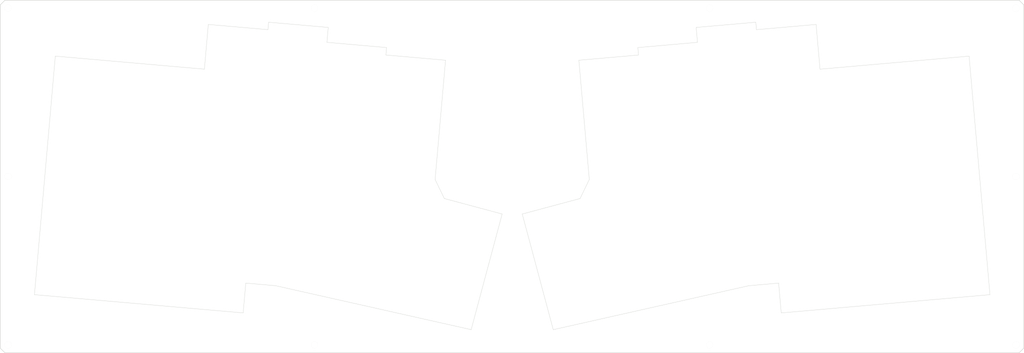
<source format=kicad_pcb>
(kicad_pcb (version 20211014) (generator pcbnew)
  (layers (0 "F.Cu" signal) (31 "B.Cu" signal) (34 "B.Paste" user) (35 "F.Paste" user) (36 "B.SilkS" user "B.Silkscreen") (37 "F.SilkS" user "F.Silkscreen") (38 "B.Mask" user) (39 "F.Mask" user) (44 "Edge.Cuts" user))
  (net 0 "")
  (footprint "kbd_Hole:m2_Screw_Hole_EdgeCuts" (layer "F.Cu") (at 11.075 13.05)
    (fp_text reference "J8" hide)
    (fp_text value "Conn_01x01" hide)
    (fp_circle (center 0 0) (end 1.1 0) (layer "Edge.Cuts") (width 0.01) (fill none))
  )
  (footprint "kbd_Hole:m2_Screw_Hole_EdgeCuts" (layer "F.Cu") (at 11.075 66.65)
    (fp_text reference "J9" hide)
    (fp_text value "Conn_01x01" hide)
    (fp_circle (center 0 0) (end 1.1 0) (layer "Edge.Cuts") (width 0.01) (fill none))
  )
  (footprint "kbd_Hole:m2_Screw_Hole_EdgeCuts" (layer "F.Cu") (at 11.075 120.25)
    (fp_text reference "J10" hide)
    (fp_text value "Conn_01x01" hide)
    (fp_circle (center 0 0) (end 1.1 0) (layer "Edge.Cuts") (width 0.01) (fill none))
  )
  (footprint "kbd_Hole:m2_Screw_Hole_EdgeCuts" (layer "F.Cu") (at 108.575 13.05)
    (fp_text reference "J11" hide)
    (fp_text value "Conn_01x01" hide)
    (fp_circle (center 0 0) (end 1.1 0) (layer "Edge.Cuts") (width 0.01) (fill none))
  )
  (footprint "kbd_Hole:m2_Screw_Hole_EdgeCuts" (layer "F.Cu") (at 234.325 13.05)
    (fp_text reference "J12" hide)
    (fp_text value "Conn_01x01" hide)
    (fp_circle (center 0 0) (end 1.1 0) (layer "Edge.Cuts") (width 0.01) (fill none))
  )
  (footprint "kbd_Hole:m2_Screw_Hole_EdgeCuts" (layer "F.Cu") (at 108.575 120.25)
    (fp_text reference "J13" hide)
    (fp_text value "Conn_01x01" hide)
    (fp_circle (center 0 0) (end 1.1 0) (layer "Edge.Cuts") (width 0.01) (fill none))
  )
  (footprint "kbd_Hole:m2_Screw_Hole_EdgeCuts" (layer "F.Cu") (at 234.325 120.25)
    (fp_text reference "J14" hide)
    (fp_text value "Conn_01x01" hide)
    (fp_circle (center 0 0) (end 1.1 0) (layer "Edge.Cuts") (width 0.01) (fill none))
  )
  (footprint "kbd_Hole:m2_Screw_Hole_EdgeCuts" (layer "F.Cu") (at 331.825 13.05)
    (fp_text reference "J15" hide)
    (fp_text value "Conn_01x01" hide)
    (fp_circle (center 0 0) (end 1.1 0) (layer "Edge.Cuts") (width 0.01) (fill none))
  )
  (footprint "kbd_Hole:m2_Screw_Hole_EdgeCuts" (layer "F.Cu") (at 331.825 66.65)
    (fp_text reference "J16" hide)
    (fp_text value "Conn_01x01" hide)
    (fp_circle (center 0 0) (end 1.1 0) (layer "Edge.Cuts") (width 0.01) (fill none))
  )
  (footprint "kbd_Hole:m2_Screw_Hole_EdgeCuts" (layer "F.Cu") (at 331.825 120.25)
    (fp_text reference "J17" hide)
    (fp_text value "Conn_01x01" hide)
    (fp_circle (center 0 0) (end 1.1 0) (layer "Edge.Cuts") (width 0.01) (fill none))
  )
  (gr_line (start 8.575 12.05) (end 10.075 10.55) (layer "Edge.Cuts") (width 0.15))
  (gr_line (start 334.325 12.05) (end 332.825 10.55) (layer "Edge.Cuts") (width 0.15))
  (gr_line (start 10.075 122.75) (end 8.575 121.25) (layer "Edge.Cuts") (width 0.15))
  (gr_line (start 174.704848 78.585467) (end 193.105735 73.654965) (layer "Edge.Cuts") (width 0.1))
  (gr_line (start 268.215936 18.256207) (end 269.461173 32.489339) (layer "Edge.Cuts") (width 0.1))
  (gr_line (start 26.106247 28.338546) (end 19.46498 104.248582) (layer "Edge.Cuts") (width 0.1))
  (gr_line (start 19.46498 104.248582) (end 85.886261 110.059691) (layer "Edge.Cuts") (width 0.1))
  (gr_line (start 10.075 122.75) (end 332.825 122.75) (layer "Edge.Cuts") (width 0.15))
  (gr_line (start 269.461173 32.489339) (end 316.904946 28.338546) (layer "Edge.Cuts") (width 0.1))
  (gr_line (start 192.720979 29.641852) (end 211.698488 27.981535) (layer "Edge.Cuts") (width 0.1))
  (gr_line (start 131.520245 25.609346) (end 112.542736 23.949029) (layer "Edge.Cuts") (width 0.1))
  (gr_line (start 211.490948 25.609346) (end 230.468457 23.949029) (layer "Edge.Cuts") (width 0.1))
  (gr_line (start 332.825 10.55) (end 10.075 10.55) (layer "Edge.Cuts") (width 0.15))
  (gr_line (start 184.565853 115.387241) (end 174.704848 78.585467) (layer "Edge.Cuts") (width 0.1))
  (gr_line (start 150.290214 29.641852) (end 131.312705 27.981535) (layer "Edge.Cuts") (width 0.1))
  (gr_line (start 131.312705 27.981535) (end 131.520245 25.609346) (layer "Edge.Cuts") (width 0.1))
  (gr_line (start 168.306345 78.585467) (end 149.905458 73.654965) (layer "Edge.Cuts") (width 0.1))
  (gr_line (start 8.575 12.05) (end 8.575 121.25) (layer "Edge.Cuts") (width 0.15))
  (gr_line (start 93.772766 19.916524) (end 74.795257 18.256207) (layer "Edge.Cuts") (width 0.1))
  (gr_line (start 73.55002 32.489339) (end 26.106247 28.338546) (layer "Edge.Cuts") (width 0.1))
  (gr_line (start 74.795257 18.256207) (end 73.55002 32.489339) (layer "Edge.Cuts") (width 0.1))
  (gr_line (start 158.44534 115.387241) (end 168.306345 78.585467) (layer "Edge.Cuts") (width 0.1))
  (gr_line (start 211.698488 27.981535) (end 211.490948 25.609346) (layer "Edge.Cuts") (width 0.1))
  (gr_line (start 230.468457 23.949029) (end 230.053378 19.204652) (layer "Edge.Cuts") (width 0.1))
  (gr_line (start 230.053378 19.204652) (end 249.030887 17.544335) (layer "Edge.Cuts") (width 0.1))
  (gr_line (start 246.806019 101.401095) (end 184.565853 115.387241) (layer "Edge.Cuts") (width 0.1))
  (gr_line (start 256.294773 100.570936) (end 246.806019 101.401095) (layer "Edge.Cuts") (width 0.1))
  (gr_line (start 316.904946 28.338546) (end 323.546213 104.248582) (layer "Edge.Cuts") (width 0.1))
  (gr_line (start 93.980306 17.544335) (end 93.772766 19.916524) (layer "Edge.Cuts") (width 0.1))
  (gr_line (start 249.030887 17.544335) (end 249.238427 19.916524) (layer "Edge.Cuts") (width 0.1))
  (gr_line (start 146.96958 67.59687) (end 150.290214 29.641852) (layer "Edge.Cuts") (width 0.1))
  (gr_line (start 257.124932 110.059691) (end 256.294773 100.570936) (layer "Edge.Cuts") (width 0.1))
  (gr_line (start 334.325 121.25) (end 334.325 12.05) (layer "Edge.Cuts") (width 0.15))
  (gr_line (start 196.041613 67.59687) (end 192.720979 29.641852) (layer "Edge.Cuts") (width 0.1))
  (gr_line (start 85.886261 110.059691) (end 86.716419 100.570936) (layer "Edge.Cuts") (width 0.1))
  (gr_line (start 149.905458 73.654965) (end 146.96958 67.59687) (layer "Edge.Cuts") (width 0.1))
  (gr_line (start 323.546213 104.248582) (end 257.124932 110.059691) (layer "Edge.Cuts") (width 0.1))
  (gr_line (start 332.825 122.75) (end 334.325 121.25) (layer "Edge.Cuts") (width 0.15))
  (gr_line (start 112.957815 19.204652) (end 93.980306 17.544335) (layer "Edge.Cuts") (width 0.1))
  (gr_line (start 112.542736 23.949029) (end 112.957815 19.204652) (layer "Edge.Cuts") (width 0.1))
  (gr_line (start 96.205174 101.401095) (end 158.44534 115.387241) (layer "Edge.Cuts") (width 0.1))
  (gr_line (start 86.716419 100.570936) (end 96.205174 101.401095) (layer "Edge.Cuts") (width 0.1))
  (gr_line (start 249.238427 19.916524) (end 268.215936 18.256207) (layer "Edge.Cuts") (width 0.1))
  (gr_line (start 193.105735 73.654965) (end 196.041613 67.59687) (layer "Edge.Cuts") (width 0.1))
)
</source>
